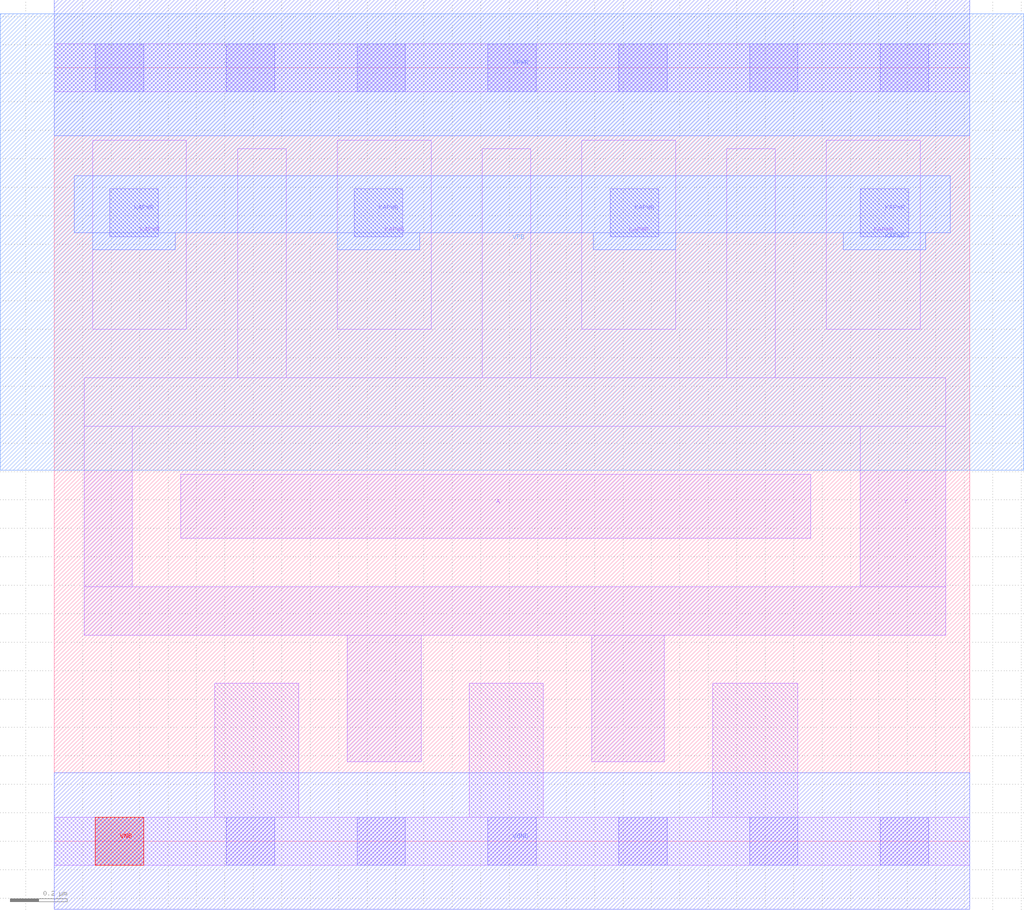
<source format=lef>
# Copyright 2020 The SkyWater PDK Authors
#
# Licensed under the Apache License, Version 2.0 (the "License");
# you may not use this file except in compliance with the License.
# You may obtain a copy of the License at
#
#     https://www.apache.org/licenses/LICENSE-2.0
#
# Unless required by applicable law or agreed to in writing, software
# distributed under the License is distributed on an "AS IS" BASIS,
# WITHOUT WARRANTIES OR CONDITIONS OF ANY KIND, either express or implied.
# See the License for the specific language governing permissions and
# limitations under the License.
#
# SPDX-License-Identifier: Apache-2.0

VERSION 5.7 ;
  NOWIREEXTENSIONATPIN ON ;
  DIVIDERCHAR "/" ;
  BUSBITCHARS "[]" ;
MACRO sky130_fd_sc_hd__lpflow_clkinvkapwr_4
  CLASS CORE ;
  FOREIGN sky130_fd_sc_hd__lpflow_clkinvkapwr_4 ;
  ORIGIN  0.000000  0.000000 ;
  SIZE  3.220000 BY  2.720000 ;
  SYMMETRY X Y R90 ;
  SITE unithd ;
  PIN A
    ANTENNAGATEAREA  1.152000 ;
    DIRECTION INPUT ;
    USE SIGNAL ;
    PORT
      LAYER li1 ;
        RECT 0.445000 1.065000 2.660000 1.290000 ;
    END
  END A
  PIN Y
    ANTENNADIFFAREA  1.075200 ;
    DIRECTION OUTPUT ;
    USE SIGNAL ;
    PORT
      LAYER li1 ;
        RECT 0.105000 0.725000 3.135000 0.895000 ;
        RECT 0.105000 0.895000 0.275000 1.460000 ;
        RECT 0.105000 1.460000 3.135000 1.630000 ;
        RECT 0.645000 1.630000 0.815000 2.435000 ;
        RECT 1.030000 0.280000 1.290000 0.725000 ;
        RECT 1.505000 1.630000 1.675000 2.435000 ;
        RECT 1.890000 0.280000 2.145000 0.725000 ;
        RECT 2.365000 1.630000 2.535000 2.435000 ;
        RECT 2.835000 0.895000 3.135000 1.460000 ;
    END
  END Y
  PIN KAPWR
    DIRECTION INOUT ;
    SHAPE ABUTMENT ;
    USE POWER ;
    PORT
      LAYER li1 ;
        RECT 0.135000 1.800000 0.465000 2.465000 ;
      LAYER mcon ;
        RECT 0.195000 2.125000 0.365000 2.295000 ;
    END
    PORT
      LAYER li1 ;
        RECT 0.995000 1.800000 1.325000 2.465000 ;
      LAYER mcon ;
        RECT 1.055000 2.125000 1.225000 2.295000 ;
    END
    PORT
      LAYER li1 ;
        RECT 1.855000 1.800000 2.185000 2.465000 ;
      LAYER mcon ;
        RECT 1.955000 2.125000 2.125000 2.295000 ;
    END
    PORT
      LAYER li1 ;
        RECT 2.715000 1.800000 3.045000 2.465000 ;
      LAYER mcon ;
        RECT 2.835000 2.125000 3.005000 2.295000 ;
    END
    PORT
      LAYER met1 ;
        RECT 0.070000 2.140000 3.150000 2.340000 ;
        RECT 0.135000 2.080000 0.425000 2.140000 ;
        RECT 0.995000 2.080000 1.285000 2.140000 ;
        RECT 1.895000 2.080000 2.185000 2.140000 ;
        RECT 2.775000 2.080000 3.065000 2.140000 ;
    END
  END KAPWR
  PIN VGND
    DIRECTION INOUT ;
    SHAPE ABUTMENT ;
    USE GROUND ;
    PORT
      LAYER met1 ;
        RECT 0.000000 -0.240000 3.220000 0.240000 ;
    END
  END VGND
  PIN VNB
    DIRECTION INOUT ;
    USE GROUND ;
    PORT
      LAYER pwell ;
        RECT 0.145000 -0.085000 0.315000 0.085000 ;
    END
  END VNB
  PIN VPB
    DIRECTION INOUT ;
    USE POWER ;
    PORT
      LAYER nwell ;
        RECT -0.190000 1.305000 3.410000 2.910000 ;
    END
  END VPB
  PIN VPWR
    DIRECTION INOUT ;
    SHAPE ABUTMENT ;
    USE POWER ;
    PORT
      LAYER met1 ;
        RECT 0.000000 2.480000 3.220000 2.960000 ;
    END
  END VPWR
  OBS
    LAYER li1 ;
      RECT 0.000000 -0.085000 3.220000 0.085000 ;
      RECT 0.000000  2.635000 3.220000 2.805000 ;
      RECT 0.565000  0.085000 0.860000 0.555000 ;
      RECT 1.460000  0.085000 1.720000 0.555000 ;
      RECT 2.315000  0.085000 2.615000 0.555000 ;
    LAYER mcon ;
      RECT 0.145000 -0.085000 0.315000 0.085000 ;
      RECT 0.145000  2.635000 0.315000 2.805000 ;
      RECT 0.605000 -0.085000 0.775000 0.085000 ;
      RECT 0.605000  2.635000 0.775000 2.805000 ;
      RECT 1.065000 -0.085000 1.235000 0.085000 ;
      RECT 1.065000  2.635000 1.235000 2.805000 ;
      RECT 1.525000 -0.085000 1.695000 0.085000 ;
      RECT 1.525000  2.635000 1.695000 2.805000 ;
      RECT 1.985000 -0.085000 2.155000 0.085000 ;
      RECT 1.985000  2.635000 2.155000 2.805000 ;
      RECT 2.445000 -0.085000 2.615000 0.085000 ;
      RECT 2.445000  2.635000 2.615000 2.805000 ;
      RECT 2.905000 -0.085000 3.075000 0.085000 ;
      RECT 2.905000  2.635000 3.075000 2.805000 ;
  END
END sky130_fd_sc_hd__lpflow_clkinvkapwr_4
END LIBRARY

</source>
